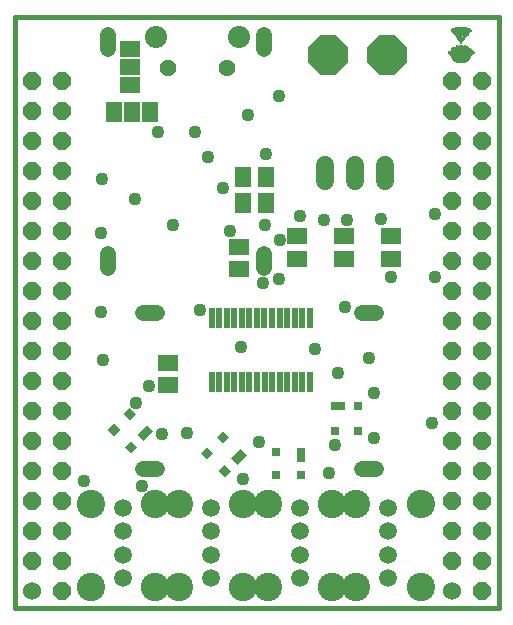
<source format=gbs>
G75*
%MOIN*%
%OFA0B0*%
%FSLAX24Y24*%
%IPPOS*%
%LPD*%
%AMOC8*
5,1,8,0,0,1.08239X$1,22.5*
%
%ADD10C,0.0160*%
%ADD11C,0.0600*%
%ADD12OC8,0.0600*%
%ADD13R,0.0312X0.0004*%
%ADD14R,0.0344X0.0004*%
%ADD15R,0.0368X0.0004*%
%ADD16R,0.0392X0.0004*%
%ADD17R,0.0408X0.0004*%
%ADD18R,0.0424X0.0004*%
%ADD19R,0.0432X0.0004*%
%ADD20R,0.0448X0.0004*%
%ADD21R,0.0456X0.0004*%
%ADD22R,0.0472X0.0004*%
%ADD23R,0.0480X0.0004*%
%ADD24R,0.0488X0.0004*%
%ADD25R,0.0496X0.0004*%
%ADD26R,0.0504X0.0004*%
%ADD27R,0.0512X0.0004*%
%ADD28R,0.0520X0.0004*%
%ADD29R,0.0528X0.0004*%
%ADD30R,0.0536X0.0004*%
%ADD31R,0.0536X0.0004*%
%ADD32R,0.0544X0.0004*%
%ADD33R,0.0552X0.0004*%
%ADD34R,0.0560X0.0004*%
%ADD35R,0.0560X0.0004*%
%ADD36R,0.0568X0.0004*%
%ADD37R,0.0576X0.0004*%
%ADD38R,0.0584X0.0004*%
%ADD39R,0.0592X0.0004*%
%ADD40R,0.0592X0.0004*%
%ADD41R,0.0600X0.0004*%
%ADD42R,0.0608X0.0004*%
%ADD43R,0.0608X0.0004*%
%ADD44R,0.0616X0.0004*%
%ADD45R,0.0624X0.0004*%
%ADD46R,0.0632X0.0004*%
%ADD47R,0.0632X0.0004*%
%ADD48R,0.0640X0.0004*%
%ADD49R,0.0648X0.0004*%
%ADD50R,0.0648X0.0004*%
%ADD51R,0.0656X0.0004*%
%ADD52R,0.0664X0.0004*%
%ADD53R,0.0664X0.0004*%
%ADD54R,0.0672X0.0004*%
%ADD55R,0.0680X0.0004*%
%ADD56R,0.0680X0.0004*%
%ADD57R,0.0688X0.0004*%
%ADD58R,0.0696X0.0004*%
%ADD59R,0.0700X0.0004*%
%ADD60R,0.0708X0.0004*%
%ADD61R,0.0716X0.0004*%
%ADD62R,0.0720X0.0004*%
%ADD63R,0.0720X0.0004*%
%ADD64R,0.0724X0.0004*%
%ADD65R,0.0808X0.0004*%
%ADD66R,0.0824X0.0004*%
%ADD67R,0.0832X0.0004*%
%ADD68R,0.0840X0.0004*%
%ADD69R,0.0848X0.0004*%
%ADD70R,0.0856X0.0004*%
%ADD71R,0.0860X0.0004*%
%ADD72R,0.0864X0.0004*%
%ADD73R,0.0864X0.0004*%
%ADD74R,0.0868X0.0004*%
%ADD75R,0.0872X0.0004*%
%ADD76R,0.0872X0.0004*%
%ADD77R,0.0860X0.0004*%
%ADD78R,0.0832X0.0004*%
%ADD79R,0.0824X0.0004*%
%ADD80R,0.0708X0.0004*%
%ADD81R,0.0712X0.0004*%
%ADD82R,0.0712X0.0004*%
%ADD83R,0.0700X0.0004*%
%ADD84R,0.0696X0.0004*%
%ADD85R,0.0692X0.0004*%
%ADD86R,0.0668X0.0004*%
%ADD87R,0.0660X0.0004*%
%ADD88R,0.0452X0.0004*%
%ADD89R,0.0188X0.0004*%
%ADD90R,0.0448X0.0004*%
%ADD91R,0.0440X0.0004*%
%ADD92R,0.0184X0.0004*%
%ADD93R,0.0432X0.0004*%
%ADD94R,0.0184X0.0004*%
%ADD95R,0.0424X0.0004*%
%ADD96R,0.0412X0.0004*%
%ADD97R,0.0128X0.0004*%
%ADD98R,0.0044X0.0004*%
%ADD99R,0.0400X0.0004*%
%ADD100R,0.0008X0.0004*%
%ADD101R,0.0388X0.0004*%
%ADD102R,0.0132X0.0004*%
%ADD103R,0.0360X0.0004*%
%ADD104R,0.0136X0.0004*%
%ADD105R,0.0340X0.0004*%
%ADD106R,0.0140X0.0004*%
%ADD107R,0.0328X0.0004*%
%ADD108R,0.0144X0.0004*%
%ADD109R,0.0324X0.0004*%
%ADD110R,0.0148X0.0004*%
%ADD111R,0.0320X0.0004*%
%ADD112R,0.0156X0.0004*%
%ADD113R,0.0316X0.0004*%
%ADD114R,0.0176X0.0004*%
%ADD115R,0.0080X0.0004*%
%ADD116R,0.0052X0.0004*%
%ADD117R,0.0380X0.0004*%
%ADD118R,0.0372X0.0004*%
%ADD119R,0.0356X0.0004*%
%ADD120R,0.0004X0.0004*%
%ADD121R,0.0308X0.0004*%
%ADD122R,0.0060X0.0004*%
%ADD123R,0.0240X0.0004*%
%ADD124R,0.0232X0.0004*%
%ADD125R,0.0044X0.0004*%
%ADD126R,0.0164X0.0004*%
%ADD127R,0.0056X0.0004*%
%ADD128R,0.0036X0.0004*%
%ADD129R,0.0156X0.0004*%
%ADD130R,0.0048X0.0004*%
%ADD131R,0.0024X0.0004*%
%ADD132R,0.0036X0.0004*%
%ADD133R,0.0016X0.0004*%
%ADD134R,0.0028X0.0004*%
%ADD135R,0.0012X0.0004*%
%ADD136R,0.0124X0.0004*%
%ADD137R,0.0108X0.0004*%
%ADD138R,0.0008X0.0004*%
%ADD139R,0.0092X0.0004*%
%ADD140R,0.0068X0.0004*%
%ADD141R,0.0008X0.0004*%
%ADD142R,0.0016X0.0004*%
%ADD143R,0.0024X0.0004*%
%ADD144R,0.0032X0.0004*%
%ADD145R,0.0032X0.0004*%
%ADD146R,0.0040X0.0004*%
%ADD147R,0.0056X0.0004*%
%ADD148R,0.0064X0.0004*%
%ADD149R,0.0072X0.0004*%
%ADD150R,0.0088X0.0004*%
%ADD151R,0.0096X0.0004*%
%ADD152R,0.0104X0.0004*%
%ADD153R,0.0112X0.0004*%
%ADD154R,0.0120X0.0004*%
%ADD155R,0.0124X0.0004*%
%ADD156R,0.0128X0.0004*%
%ADD157R,0.0144X0.0004*%
%ADD158R,0.0152X0.0004*%
%ADD159R,0.0152X0.0004*%
%ADD160R,0.0160X0.0004*%
%ADD161R,0.0168X0.0004*%
%ADD162R,0.0176X0.0004*%
%ADD163R,0.0184X0.0004*%
%ADD164R,0.0192X0.0004*%
%ADD165R,0.0200X0.0004*%
%ADD166R,0.0208X0.0004*%
%ADD167R,0.0216X0.0004*%
%ADD168R,0.0216X0.0004*%
%ADD169R,0.0224X0.0004*%
%ADD170R,0.0232X0.0004*%
%ADD171R,0.0240X0.0004*%
%ADD172R,0.0248X0.0004*%
%ADD173R,0.0256X0.0004*%
%ADD174R,0.0264X0.0004*%
%ADD175R,0.0272X0.0004*%
%ADD176R,0.0280X0.0004*%
%ADD177R,0.0288X0.0004*%
%ADD178R,0.0296X0.0004*%
%ADD179R,0.0304X0.0004*%
%ADD180R,0.0320X0.0004*%
%ADD181R,0.0328X0.0004*%
%ADD182R,0.0336X0.0004*%
%ADD183R,0.0336X0.0004*%
%ADD184R,0.0200X0.0004*%
%ADD185R,0.0128X0.0004*%
%ADD186R,0.0204X0.0004*%
%ADD187R,0.0216X0.0004*%
%ADD188R,0.0228X0.0004*%
%ADD189R,0.0416X0.0004*%
%ADD190R,0.0424X0.0004*%
%ADD191R,0.0428X0.0004*%
%ADD192R,0.0304X0.0004*%
%ADD193R,0.0180X0.0004*%
%ADD194R,0.0112X0.0004*%
%ADD195R,0.0176X0.0004*%
%ADD196R,0.0112X0.0004*%
%ADD197R,0.0132X0.0004*%
%ADD198R,0.0116X0.0004*%
%ADD199R,0.0332X0.0004*%
%ADD200R,0.0336X0.0004*%
%ADD201R,0.0480X0.0004*%
%ADD202R,0.0496X0.0004*%
%ADD203R,0.0512X0.0004*%
%ADD204R,0.0544X0.0004*%
%ADD205R,0.0208X0.0004*%
%ADD206R,0.0356X0.0004*%
%ADD207R,0.0208X0.0004*%
%ADD208R,0.0364X0.0004*%
%ADD209R,0.0212X0.0004*%
%ADD210R,0.0368X0.0004*%
%ADD211R,0.0220X0.0004*%
%ADD212R,0.0600X0.0004*%
%ADD213R,0.0356X0.0004*%
%ADD214R,0.0228X0.0004*%
%ADD215R,0.0236X0.0004*%
%ADD216R,0.0360X0.0004*%
%ADD217R,0.0368X0.0004*%
%ADD218R,0.0244X0.0004*%
%ADD219R,0.0252X0.0004*%
%ADD220R,0.0376X0.0004*%
%ADD221R,0.0672X0.0004*%
%ADD222R,0.0624X0.0004*%
%ADD223R,0.0596X0.0004*%
%ADD224R,0.0552X0.0004*%
%ADD225R,0.0456X0.0004*%
%ADD226R,0.0384X0.0004*%
%ADD227R,0.0352X0.0004*%
%ADD228R,0.0188X0.0004*%
%ADD229R,0.0108X0.0004*%
%ADD230R,0.0198X0.0651*%
%ADD231OC8,0.1310*%
%ADD232C,0.0532*%
%ADD233C,0.0600*%
%ADD234R,0.0651X0.0572*%
%ADD235R,0.0572X0.0651*%
%ADD236R,0.0454X0.0296*%
%ADD237R,0.0296X0.0296*%
%ADD238R,0.0296X0.0454*%
%ADD239R,0.0296X0.0296*%
%ADD240R,0.0520X0.0690*%
%ADD241C,0.0591*%
%ADD242C,0.0946*%
%ADD243R,0.0690X0.0520*%
%ADD244C,0.0739*%
%ADD245C,0.0562*%
%ADD246C,0.0436*%
D10*
X002254Y004003D02*
X018396Y004003D01*
X018396Y023688D01*
X002254Y023688D01*
X002254Y004003D01*
D11*
X002825Y004558D03*
X016825Y004558D03*
D12*
X016825Y005558D03*
X016825Y006558D03*
X016825Y007558D03*
X016825Y008558D03*
X016825Y009558D03*
X016825Y010558D03*
X016825Y011558D03*
X017825Y011558D03*
X017825Y010558D03*
X017825Y009558D03*
X017825Y008558D03*
X017825Y007558D03*
X017825Y006558D03*
X017825Y005558D03*
X017825Y004558D03*
X017825Y012558D03*
X017825Y013558D03*
X017825Y014558D03*
X017825Y015558D03*
X017825Y016558D03*
X017825Y017558D03*
X017825Y018558D03*
X017825Y019558D03*
X017825Y020558D03*
X017825Y021558D03*
X016825Y021558D03*
X016825Y020558D03*
X016825Y019558D03*
X016825Y018558D03*
X016825Y017558D03*
X016825Y016558D03*
X016825Y015558D03*
X016825Y014558D03*
X016825Y013558D03*
X016825Y012558D03*
X003825Y012558D03*
X003825Y013558D03*
X003825Y014558D03*
X003825Y015558D03*
X003825Y016558D03*
X003825Y017558D03*
X003825Y018558D03*
X003825Y019558D03*
X003825Y020558D03*
X003825Y021558D03*
X002825Y021558D03*
X002825Y020558D03*
X002825Y019558D03*
X002825Y018558D03*
X002825Y017558D03*
X002825Y016558D03*
X002825Y015558D03*
X002825Y014558D03*
X002825Y013558D03*
X002825Y012558D03*
X002825Y011558D03*
X002825Y010558D03*
X002825Y009558D03*
X002825Y008558D03*
X002825Y007558D03*
X002825Y006558D03*
X002825Y005558D03*
X003825Y005558D03*
X003825Y004558D03*
X003825Y006558D03*
X003825Y007558D03*
X003825Y008558D03*
X003825Y009558D03*
X003825Y010558D03*
X003825Y011558D03*
D13*
X017149Y022175D03*
X017145Y022687D03*
X017149Y022987D03*
X017149Y022991D03*
D14*
X017149Y022179D03*
D15*
X017149Y022183D03*
D16*
X017149Y022187D03*
X017173Y022671D03*
D17*
X017149Y023051D03*
X017149Y023055D03*
X017149Y023311D03*
X017149Y022191D03*
D18*
X017149Y022195D03*
D19*
X017149Y022199D03*
X017149Y023071D03*
X017149Y023307D03*
D20*
X017149Y022203D03*
D21*
X017149Y022207D03*
D22*
X017149Y022211D03*
D23*
X017149Y022215D03*
X017149Y023299D03*
D24*
X017149Y023107D03*
X017149Y022219D03*
D25*
X017149Y022223D03*
D26*
X017149Y022227D03*
X017149Y023119D03*
D27*
X017149Y023291D03*
X017149Y022231D03*
D28*
X017149Y022235D03*
X017149Y023127D03*
X017149Y023131D03*
D29*
X017149Y023135D03*
X017149Y022239D03*
D30*
X017149Y022243D03*
D31*
X017149Y022247D03*
X017149Y023139D03*
X017149Y023287D03*
D32*
X017149Y023147D03*
X017149Y022251D03*
D33*
X017149Y022255D03*
X017149Y023151D03*
D34*
X017149Y023155D03*
X017149Y022259D03*
D35*
X017149Y022263D03*
D36*
X017149Y022267D03*
X017149Y023159D03*
X017149Y023279D03*
D37*
X017149Y022275D03*
X017149Y022271D03*
D38*
X017149Y022279D03*
X017149Y023275D03*
D39*
X017149Y022283D03*
D40*
X017149Y022287D03*
D41*
X017149Y022291D03*
X017149Y022295D03*
D42*
X017149Y022299D03*
X017149Y023267D03*
D43*
X017149Y022303D03*
D44*
X017149Y022307D03*
X017149Y022311D03*
D45*
X017149Y022315D03*
X017149Y022319D03*
D46*
X017149Y022323D03*
D47*
X017149Y022327D03*
X017149Y023259D03*
D48*
X017149Y022335D03*
X017149Y022331D03*
D49*
X017149Y022339D03*
X017149Y022347D03*
X017149Y023255D03*
D50*
X017149Y022343D03*
D51*
X017149Y022351D03*
X017149Y022355D03*
X017149Y023219D03*
X017149Y023251D03*
D52*
X017149Y023247D03*
X017149Y023227D03*
X017149Y022359D03*
D53*
X017149Y022363D03*
X017149Y023223D03*
D54*
X017149Y023231D03*
X017145Y022599D03*
X017149Y022375D03*
X017149Y022371D03*
X017149Y022367D03*
D55*
X017149Y022379D03*
X017149Y022595D03*
X017149Y023235D03*
X017149Y023239D03*
D56*
X017149Y022383D03*
D57*
X017149Y022387D03*
X017149Y022391D03*
X017149Y022591D03*
D58*
X017149Y022399D03*
X017149Y022395D03*
D59*
X017147Y022403D03*
D60*
X017147Y022407D03*
X017147Y022411D03*
D61*
X017147Y022415D03*
X017147Y022419D03*
D62*
X017149Y022423D03*
D63*
X017149Y022427D03*
D64*
X017151Y022431D03*
D65*
X017149Y022435D03*
X017149Y022527D03*
D66*
X017149Y022439D03*
D67*
X017149Y022443D03*
D68*
X017149Y022447D03*
X017149Y022515D03*
D69*
X017149Y022511D03*
X017149Y022451D03*
D70*
X017149Y022455D03*
X017149Y022507D03*
D71*
X017151Y022459D03*
D72*
X017149Y022463D03*
D73*
X017149Y022467D03*
X017149Y022495D03*
X017149Y022499D03*
D74*
X017151Y022491D03*
X017151Y022475D03*
X017151Y022471D03*
D75*
X017149Y022479D03*
X017149Y022487D03*
D76*
X017149Y022483D03*
D77*
X017151Y022503D03*
D78*
X017149Y022519D03*
D79*
X017149Y022523D03*
D80*
X017159Y022559D03*
X017155Y022571D03*
D81*
X017157Y022563D03*
D82*
X017157Y022567D03*
D83*
X017155Y022575D03*
X017155Y022579D03*
D84*
X017153Y022583D03*
D85*
X017151Y022587D03*
D86*
X017143Y022603D03*
D87*
X017143Y022607D03*
X017143Y022611D03*
D88*
X017043Y022615D03*
D89*
X017375Y022631D03*
X017379Y022619D03*
X017379Y022615D03*
D90*
X017041Y022619D03*
D91*
X017041Y022623D03*
D92*
X017377Y022623D03*
D93*
X017041Y022627D03*
D94*
X017377Y022627D03*
D95*
X017037Y022631D03*
D96*
X017035Y022635D03*
D97*
X017337Y022639D03*
X017341Y022635D03*
X017257Y023011D03*
X017261Y023015D03*
D98*
X017447Y022635D03*
D99*
X017033Y022639D03*
X017149Y023047D03*
D100*
X017149Y022787D03*
X017465Y022639D03*
D101*
X017031Y022643D03*
D102*
X017331Y022643D03*
X016987Y023083D03*
D103*
X017037Y023171D03*
X017021Y022647D03*
D104*
X017149Y022715D03*
X017149Y022871D03*
X017269Y023031D03*
X017329Y022647D03*
D105*
X017015Y022651D03*
D106*
X017323Y022651D03*
X017271Y023035D03*
D107*
X017081Y023091D03*
X017017Y022655D03*
D108*
X017317Y022655D03*
D109*
X017019Y022659D03*
D110*
X017147Y022711D03*
X017311Y022659D03*
D111*
X017025Y022663D03*
X017149Y023323D03*
D112*
X017267Y023043D03*
X017303Y022663D03*
D113*
X017031Y022667D03*
D114*
X017285Y022667D03*
D115*
X017149Y022831D03*
X017149Y022835D03*
X016921Y022671D03*
D116*
X016923Y022675D03*
X017023Y022699D03*
D117*
X017171Y022675D03*
D118*
X017167Y022679D03*
D119*
X017163Y022683D03*
X017043Y023163D03*
D120*
X017315Y022687D03*
D121*
X017143Y022691D03*
D122*
X017023Y022695D03*
D123*
X017177Y022695D03*
X017149Y022939D03*
X016949Y023207D03*
X017149Y023331D03*
D124*
X016961Y023187D03*
X016957Y023191D03*
X017177Y022699D03*
D125*
X017019Y022703D03*
D126*
X017147Y022703D03*
D127*
X017261Y022703D03*
D128*
X017019Y022707D03*
D129*
X017147Y022707D03*
D130*
X017149Y022811D03*
X017265Y022707D03*
D131*
X017017Y022711D03*
D132*
X017147Y022735D03*
X017267Y022711D03*
D133*
X017273Y022719D03*
X017017Y022715D03*
D134*
X017271Y022715D03*
D135*
X017015Y022719D03*
D136*
X017147Y022719D03*
X016991Y023075D03*
X017323Y023099D03*
D137*
X017147Y022723D03*
D138*
X017277Y022723D03*
D139*
X017147Y022727D03*
D140*
X017147Y022731D03*
D141*
X017149Y022783D03*
D142*
X017149Y022791D03*
D143*
X017149Y022795D03*
D144*
X017149Y022799D03*
D145*
X017149Y022803D03*
D146*
X017149Y022807D03*
D147*
X017149Y022815D03*
X017149Y022819D03*
D148*
X017149Y022823D03*
D149*
X017149Y022827D03*
D150*
X017149Y022839D03*
D151*
X017149Y022843D03*
D152*
X017149Y022847D03*
X017149Y022851D03*
D153*
X017149Y022855D03*
D154*
X017149Y022859D03*
X017325Y023095D03*
D155*
X017147Y022863D03*
D156*
X017149Y022867D03*
X017265Y023019D03*
X017269Y023027D03*
X016989Y023079D03*
D157*
X017149Y022875D03*
X017269Y023039D03*
D158*
X017149Y022879D03*
D159*
X017149Y022883D03*
D160*
X017149Y022887D03*
D161*
X017149Y022891D03*
X017149Y022895D03*
D162*
X017149Y022899D03*
D163*
X017149Y022903D03*
D164*
X017149Y022907D03*
X017149Y022911D03*
D165*
X017149Y022915D03*
X017077Y023011D03*
X017073Y023015D03*
X017069Y023019D03*
D166*
X017065Y023031D03*
X017149Y022919D03*
D167*
X017149Y022923D03*
D168*
X017149Y022927D03*
D169*
X017149Y022931D03*
D170*
X017149Y022935D03*
X016953Y023199D03*
D171*
X017149Y022943D03*
D172*
X017149Y022947D03*
D173*
X017149Y022951D03*
D174*
X017149Y022955D03*
X017149Y022959D03*
D175*
X017149Y022963D03*
D176*
X017149Y022967D03*
X017149Y023327D03*
D177*
X017149Y022975D03*
X017149Y022971D03*
D178*
X017149Y022979D03*
D179*
X017149Y022983D03*
D180*
X017149Y022995D03*
D181*
X017149Y022999D03*
D182*
X017149Y023003D03*
D183*
X017149Y023007D03*
D184*
X017069Y023023D03*
D185*
X017265Y023023D03*
D186*
X017335Y023167D03*
X017067Y023027D03*
D187*
X017065Y023035D03*
X017065Y023039D03*
D188*
X017067Y023043D03*
D189*
X017149Y023059D03*
D190*
X017149Y023063D03*
D191*
X017151Y023067D03*
D192*
X017217Y023075D03*
D193*
X017159Y023079D03*
X017155Y023087D03*
D194*
X017317Y023079D03*
X017321Y023087D03*
D195*
X017157Y023083D03*
D196*
X017321Y023083D03*
D197*
X016987Y023087D03*
D198*
X017323Y023091D03*
D199*
X017079Y023095D03*
D200*
X017081Y023099D03*
D201*
X017149Y023103D03*
D202*
X017149Y023111D03*
X017149Y023115D03*
X017149Y023295D03*
D203*
X017149Y023123D03*
D204*
X017149Y023143D03*
D205*
X017329Y023163D03*
D206*
X017279Y023191D03*
X017279Y023195D03*
X017039Y023167D03*
D207*
X017337Y023171D03*
D208*
X017035Y023175D03*
D209*
X017339Y023175D03*
D210*
X017037Y023179D03*
D211*
X017335Y023179D03*
D212*
X017149Y023183D03*
D213*
X017275Y023187D03*
X017283Y023199D03*
D214*
X016955Y023195D03*
D215*
X016951Y023203D03*
D216*
X017285Y023203D03*
D217*
X017285Y023207D03*
X017285Y023211D03*
D218*
X016951Y023211D03*
D219*
X016951Y023215D03*
D220*
X017285Y023215D03*
D221*
X017149Y023243D03*
D222*
X017149Y023263D03*
D223*
X017151Y023271D03*
D224*
X017149Y023283D03*
D225*
X017149Y023303D03*
D226*
X017149Y023315D03*
D227*
X017149Y023319D03*
D228*
X017147Y023335D03*
D229*
X017151Y023339D03*
D230*
X012096Y013650D03*
X011844Y013650D03*
X011592Y013650D03*
X011340Y013650D03*
X011088Y013650D03*
X010836Y013650D03*
X010576Y013650D03*
X010332Y013650D03*
X010080Y013650D03*
X009828Y013650D03*
X009576Y013650D03*
X009324Y013650D03*
X009072Y013650D03*
X008820Y013650D03*
X008820Y011524D03*
X009072Y011524D03*
X009324Y011524D03*
X009576Y011524D03*
X009828Y011524D03*
X010080Y011524D03*
X010332Y011524D03*
X010584Y011524D03*
X010836Y011524D03*
X011088Y011524D03*
X011340Y011524D03*
X011592Y011524D03*
X011844Y011524D03*
X012096Y011524D03*
D231*
X012687Y022428D03*
X014655Y022428D03*
D232*
X010570Y022633D02*
X010570Y023105D01*
X005370Y023105D02*
X005370Y022633D01*
X005370Y015805D02*
X005370Y015333D01*
X006536Y013840D02*
X007009Y013840D01*
X010570Y015333D02*
X010570Y015805D01*
X013836Y013840D02*
X014309Y013840D01*
X014309Y008640D02*
X013836Y008640D01*
X007009Y008640D02*
X006536Y008640D01*
D233*
X012592Y018221D02*
X012592Y018761D01*
X013592Y018761D02*
X013592Y018221D01*
X014592Y018221D02*
X014592Y018761D01*
D234*
X014813Y016385D03*
X014813Y015637D03*
X013238Y015637D03*
X013238Y016385D03*
X011663Y016385D03*
X011663Y015637D03*
X009734Y015282D03*
X009734Y016031D03*
X007372Y012172D03*
X007372Y011424D03*
D235*
X009872Y017507D03*
X009872Y018373D03*
X010620Y018373D03*
X010620Y017507D03*
D236*
X013022Y010716D03*
G36*
X009458Y008983D02*
X009778Y009303D01*
X009988Y009093D01*
X009668Y008773D01*
X009458Y008983D01*
G37*
G36*
X006348Y009770D02*
X006668Y010090D01*
X006878Y009880D01*
X006558Y009560D01*
X006348Y009770D01*
G37*
D237*
X010974Y009180D03*
X010974Y008432D03*
X011801Y008432D03*
X012943Y009889D03*
X013691Y009889D03*
X013691Y010716D03*
D238*
X011801Y009101D03*
D239*
G36*
X009041Y008564D02*
X009250Y008773D01*
X009459Y008564D01*
X009250Y008355D01*
X009041Y008564D01*
G37*
G36*
X008457Y009149D02*
X008666Y009358D01*
X008875Y009149D01*
X008666Y008940D01*
X008457Y009149D01*
G37*
G36*
X008985Y009678D02*
X009194Y009887D01*
X009403Y009678D01*
X009194Y009469D01*
X008985Y009678D01*
G37*
G36*
X005931Y009352D02*
X006140Y009561D01*
X006349Y009352D01*
X006140Y009143D01*
X005931Y009352D01*
G37*
G36*
X005346Y009936D02*
X005555Y010145D01*
X005764Y009936D01*
X005555Y009727D01*
X005346Y009936D01*
G37*
G36*
X005875Y010465D02*
X006084Y010674D01*
X006293Y010465D01*
X006084Y010256D01*
X005875Y010465D01*
G37*
D240*
X006151Y020538D03*
X005551Y020538D03*
X006751Y020538D03*
D241*
X005856Y007342D03*
X005856Y006554D03*
X005856Y005767D03*
X005856Y004979D03*
X008809Y004979D03*
X008809Y005767D03*
X008809Y006554D03*
X008809Y007342D03*
X011762Y007342D03*
X011762Y006554D03*
X011762Y005767D03*
X011762Y004979D03*
X014714Y004979D03*
X014714Y005767D03*
X014714Y006554D03*
X014714Y007342D03*
D242*
X013644Y007448D03*
X012833Y007448D03*
X010691Y007448D03*
X009880Y007448D03*
X007738Y007448D03*
X006927Y007448D03*
X004785Y007448D03*
X004785Y004692D03*
X006927Y004692D03*
X007738Y004692D03*
X009880Y004692D03*
X010691Y004692D03*
X012833Y004692D03*
X013644Y004692D03*
X015785Y004692D03*
X015785Y007448D03*
D243*
X006112Y021434D03*
X006112Y022034D03*
X006112Y022634D03*
D244*
X006978Y023019D03*
X009734Y023019D03*
D245*
X009340Y021985D03*
X007372Y021985D03*
D246*
X007018Y019869D03*
X008277Y019869D03*
X008710Y019042D03*
X009183Y017979D03*
X009419Y016562D03*
X010600Y016759D03*
X011112Y016247D03*
X011781Y017074D03*
X012569Y016916D03*
X013317Y016916D03*
X014459Y016956D03*
X014813Y015027D03*
X016270Y015027D03*
X016270Y017113D03*
X013277Y014042D03*
X012254Y012625D03*
X013041Y011838D03*
X014065Y012310D03*
X014222Y011168D03*
X014222Y009672D03*
X012923Y009436D03*
X012726Y008491D03*
X010403Y009515D03*
X009852Y008294D03*
X008002Y009830D03*
X007175Y009790D03*
X006309Y010814D03*
X006742Y011405D03*
X005207Y012271D03*
X005128Y013845D03*
X005128Y016483D03*
X006270Y017625D03*
X005167Y018294D03*
X007529Y016759D03*
X008435Y013924D03*
X009813Y012704D03*
X010522Y014830D03*
X011073Y014948D03*
X010640Y019121D03*
X010049Y020420D03*
X011073Y021050D03*
X016151Y010145D03*
X006506Y008058D03*
X004577Y008216D03*
M02*

</source>
